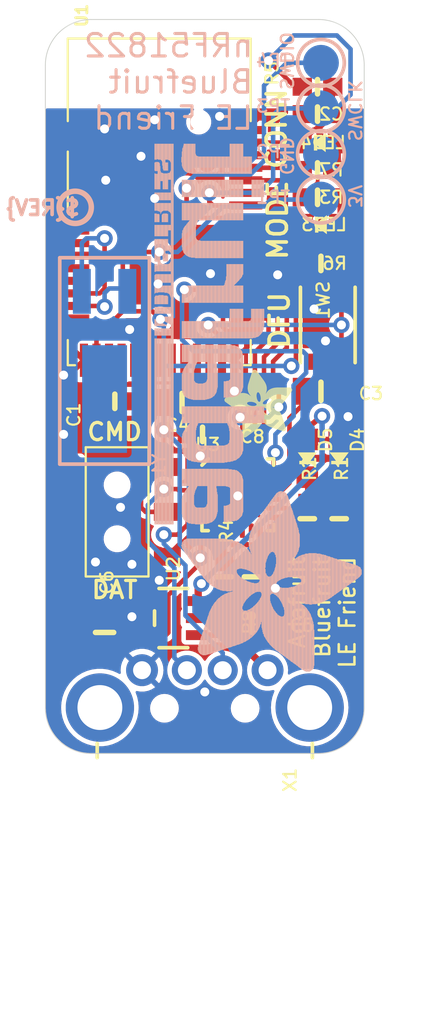
<source format=kicad_pcb>
(kicad_pcb (version 20221018) (generator pcbnew)
  (layers (0 "F.Cu" signal) (31 "B.Cu" signal) (34 "B.Paste" user) (35 "F.Paste" user) (36 "B.SilkS" user "B.Silkscreen") (37 "F.SilkS" user "F.Silkscreen") (38 "B.Mask" user) (39 "F.Mask" user) (44 "Edge.Cuts" user))
  (net 0 "")
  (net 1 "DCC")
  (net 2 "3.3V")
  (net 3 "GND")
  (net 4 "DEC2")
  (net 5 "N$3")
  (net 6 "TXD")
  (net 7 "RTS")
  (net 8 "CTS")
  (net 9 "SWCLK")
  (net 10 "SWDIO")
  (net 11 "RXD")
  (net 12 "MODE")
  (net 13 "N$10")
  (net 14 "BOOTLOADER")
  (net 15 "N$12")
  (net 16 "N$11")
  (net 17 "N$13")
  (net 18 "N$14")
  (net 19 "+5V")
  (net 20 "N$4")
  (net 21 "N$15")
  (net 22 "N$5")
  (net 23 "N$1")
  (net 24 "N$8")
  (net 25 "N$2")
  (net 26 "N$6")
  (net 27 "N$7")
  (footprint "working:0805-NO" (layer "F.Cu") (at 151.1173 118.1862)
    (fp_text reference "C5" (at 2.032 0.127) (layer "F.SilkS") (effects (font (size 0.692831 0.692831) (thickness 0.119969)) (justify left)))
    (fp_text value "10uF")
    (pad "1" smd rect (at -0.95 0) (size 1.24 1.5) (layers "F.Cu" "F.Paste" "F.Mask") (net 19 "+5V"))
    (pad "2" smd rect (at 0.95 0) (size 1.24 1.5) (layers "F.Cu" "F.Paste" "F.Mask") (net 3 "GND"))
  )
  (footprint "working:CHIPLED_0805_NOOUTLINE" (layer "F.Cu") (at 154.2161 109.0041 180)
    (fp_text reference "D5" (at -1.016 1.778 90) (layer "F.SilkS") (effects (font (size 0.692831 0.692831) (thickness 0.119969)) (justify right)))
    (fp_text value "YELLOW")
    (pad "A" smd rect (at 0 1.05 180) (size 1.2 1.2) (layers "F.Cu" "F.Paste" "F.Mask") (net 19 "+5V"))
    (pad "C" smd rect (at 0 -1.05 180) (size 1.2 1.2) (layers "F.Cu" "F.Paste" "F.Mask") (net 26 "N$6"))
  )
  (footprint "working:0603-NO" (layer "F.Cu") (at 143.4846 105.8291)
    (fp_text reference "C1" (at -2.286 0 90) (layer "F.SilkS") (effects (font (size 0.692831 0.692831) (thickness 0.119969)) (justify right)))
    (fp_text value "1uF")
    (pad "1" smd rect (at -0.85 0) (size 1.075 1) (layers "F.Cu" "F.Paste" "F.Mask") (net 2 "3.3V"))
    (pad "2" smd rect (at 0.85 0) (size 1.075 1) (layers "F.Cu" "F.Paste" "F.Mask") (net 3 "GND"))
  )
  (footprint "working:0603-NO" (layer "F.Cu") (at 149.5806 115.6081 90)
    (fp_text reference "R4" (at 1.778 0.127 90) (layer "F.SilkS") (effects (font (size 0.692831 0.692831) (thickness 0.119969)) (justify left)))
    (fp_text value "10K")
    (pad "1" smd rect (at -0.85 0 90) (size 1.075 1) (layers "F.Cu" "F.Paste" "F.Mask") (net 19 "+5V"))
    (pad "2" smd rect (at 0.85 0 90) (size 1.075 1) (layers "F.Cu" "F.Paste" "F.Mask") (net 27 "N$7"))
  )
  (footprint "working:0603-NO" (layer "F.Cu") (at 154.7876 92.9386 180)
    (fp_text reference "R7" (at -1.524 0) (layer "F.SilkS") (effects (font (size 0.692831 0.692831) (thickness 0.119969)) (justify left mirror)))
    (fp_text value "1K")
    (pad "1" smd rect (at -0.85 0 180) (size 1.075 1) (layers "F.Cu" "F.Paste" "F.Mask") (net 15 "N$12"))
    (pad "2" smd rect (at 0.85 0 180) (size 1.075 1) (layers "F.Cu" "F.Paste" "F.Mask") (net 16 "N$11"))
  )
  (footprint "working:BTN_KMR2_4.6X2.8" (layer "F.Cu") (at 155.3591 101.5746 -90)
    (fp_text reference "SW1" (at -0.254 0.254 -270) (layer "F.SilkS") (effects (font (size 0.692831 0.692831) (thickness 0.119969)) (justify right mirror)))
    (fp_text value "KMR2")
    (pad "A" smd rect (at 2.05 -0.8 270) (size 0.9 0.9) (layers "F.Cu" "F.Paste" "F.Mask") (net 14 "BOOTLOADER"))
    (pad "A'" smd rect (at -2.05 -0.8 270) (size 0.9 0.9) (layers "F.Cu" "F.Paste" "F.Mask") (net 14 "BOOTLOADER"))
    (pad "B" smd rect (at 2.05 0.8 270) (size 0.9 0.9) (layers "F.Cu" "F.Paste" "F.Mask") (net 3 "GND"))
    (pad "B'" smd rect (at -2.05 0.8 270) (size 0.9 0.9) (layers "F.Cu" "F.Paste" "F.Mask") (net 3 "GND"))
  )
  (footprint "working:QFN24_4MM_SMSC" (layer "F.Cu") (at 150.3426 111.0361)
    (fp_text reference "U3" (at -2.45 -2.8) (layer "F.SilkS") (effects (font (size 0.692831 0.692831) (thickness 0.119969)) (justify left)))
    (fp_text value "CP210x")
    (pad "1" smd roundrect (at -2 -1.25 180) (size 0.8 0.28) (layers "F.Cu" "F.Paste" "F.Mask"))
    (pad "2" smd roundrect (at -2 -0.75 180) (size 0.8 0.28) (layers "F.Cu" "F.Paste" "F.Mask") (net 3 "GND"))
    (pad "3" smd roundrect (at -2 -0.25 180) (size 0.8 0.28) (layers "F.Cu" "F.Paste" "F.Mask") (net 24 "N$8"))
    (pad "4" smd roundrect (at -2 0.25 180) (size 0.8 0.28) (layers "F.Cu" "F.Paste" "F.Mask") (net 23 "N$1"))
    (pad "5" smd roundrect (at -2 0.75 180) (size 0.8 0.28) (layers "F.Cu" "F.Paste" "F.Mask") (net 2 "3.3V"))
    (pad "6" smd roundrect (at -2 1.25 180) (size 0.8 0.28) (layers "F.Cu" "F.Paste" "F.Mask") (net 2 "3.3V"))
    (pad "7" smd roundrect (at -1.25 2 90) (size 0.8 0.28) (layers "F.Cu" "F.Paste" "F.Mask") (net 2 "3.3V"))
    (pad "8" smd roundrect (at -0.75 2 90) (size 0.8 0.28) (layers "F.Cu" "F.Paste" "F.Mask") (net 27 "N$7"))
    (pad "9" smd roundrect (at -0.25 2 90) (size 0.8 0.28) (layers "F.Cu" "F.Paste" "F.Mask"))
    (pad "10" smd roundrect (at 0.25 2 90) (size 0.8 0.28) (layers "F.Cu" "F.Paste" "F.Mask"))
    (pad "11" smd roundrect (at 0.75 2 90) (size 0.8 0.28) (layers "F.Cu" "F.Paste" "F.Mask"))
    (pad "12" smd roundrect (at 1.25 2 90) (size 0.8 0.28) (layers "F.Cu" "F.Paste" "F.Mask"))
    (pad "13" smd roundrect (at 2 1.25) (size 0.8 0.28) (layers "F.Cu" "F.Paste" "F.Mask") (net 21 "N$15"))
    (pad "14" smd roundrect (at 2 0.75) (size 0.8 0.28) (layers "F.Cu" "F.Paste" "F.Mask") (net 22 "N$5"))
    (pad "15" smd roundrect (at 2 0.25) (size 0.8 0.28) (layers "F.Cu" "F.Paste" "F.Mask"))
    (pad "16" smd roundrect (at 2 -0.25) (size 0.8 0.28) (layers "F.Cu" "F.Paste" "F.Mask") (net 20 "N$4"))
    (pad "17" smd roundrect (at 2 -0.75) (size 0.8 0.28) (layers "F.Cu" "F.Paste" "F.Mask"))
    (pad "18" smd roundrect (at 2 -1.25) (size 0.8 0.28) (layers "F.Cu" "F.Paste" "F.Mask") (net 7 "RTS"))
    (pad "19" smd roundrect (at 1.25 -2 270) (size 0.8 0.28) (layers "F.Cu" "F.Paste" "F.Mask") (net 8 "CTS"))
    (pad "20" smd roundrect (at 0.75 -2 270) (size 0.8 0.28) (layers "F.Cu" "F.Paste" "F.Mask") (net 6 "TXD"))
    (pad "21" smd roundrect (at 0.25 -2 270) (size 0.8 0.28) (layers "F.Cu" "F.Paste" "F.Mask") (net 11 "RXD"))
    (pad "22" smd roundrect (at -0.25 -2 270) (size 0.8 0.28) (layers "F.Cu" "F.Paste" "F.Mask"))
    (pad "23" smd roundrect (at -0.75 -2 270) (size 0.8 0.28) (layers "F.Cu" "F.Paste" "F.Mask"))
    (pad "24" smd roundrect (at -1.25 -2 270) (size 0.8 0.28) (layers "F.Cu" "F.Paste" "F.Mask"))
    (pad "THERM" smd rect (at 0 0) (size 2.5 2.5) (layers "F.Cu" "F.Mask") (net 3 "GND"))
  )
  (footprint "working:0603-NO" (layer "F.Cu") (at 148.3741 107.6706)
    (fp_text reference "C8" (at 2.032 0.127) (layer "F.SilkS") (effects (font (size 0.692831 0.692831) (thickness 0.119969)) (justify left)))
    (fp_text value "1uF")
    (pad "1" smd rect (at -0.85 0) (size 1.075 1) (layers "F.Cu" "F.Paste" "F.Mask") (net 2 "3.3V"))
    (pad "2" smd rect (at 0.85 0) (size 1.075 1) (layers "F.Cu" "F.Paste" "F.Mask") (net 3 "GND"))
  )
  (footprint "working:0603-NO" (layer "F.Cu") (at 154.9781 98.1456)
    (fp_text reference "R6" (at 1.524 0) (layer "F.SilkS") (effects (font (size 0.692831 0.692831) (thickness 0.119969)) (justify left mirror)))
    (fp_text value "10K")
    (pad "1" smd rect (at -0.85 0) (size 1.075 1) (layers "F.Cu" "F.Paste" "F.Mask") (net 2 "3.3V"))
    (pad "2" smd rect (at 0.85 0) (size 1.075 1) (layers "F.Cu" "F.Paste" "F.Mask") (net 14 "BOOTLOADER"))
  )
  (footprint "working:CHIPLED_0805_NOOUTLINE" (layer "F.Cu") (at 154.9781 95.9866 90)
    (fp_text reference "LED3" (at 0 1.524 180) (layer "F.SilkS") (effects (font (size 0.692831 0.692831) (thickness 0.119969)) (justify left mirror)))
    (fp_text value "RED")
    (pad "A" smd rect (at 0 1.05 90) (size 1.2 1.2) (layers "F.Cu" "F.Paste" "F.Mask") (net 5 "N$3"))
    (pad "C" smd rect (at 0 -1.05 90) (size 1.2 1.2) (layers "F.Cu" "F.Paste" "F.Mask") (net 3 "GND"))
  )
  (footprint "working:USB_A-THM" (layer "F.Cu") (at 148.5011 122.9106 180)
    (fp_text reference "X1" (at -4.75 -3.272 90) (layer "F.SilkS") (effects (font (size 0.692831 0.692831) (thickness 0.119969)) (justify right)))
    (fp_text value "USB-A")
    (pad "" np_thru_hole circle (at -2.25 -0.022 180) (size 1.1 1.1) (drill 1.1) (layers "*.Cu" "*.Mask"))
    (pad "" np_thru_hole circle (at 2.25 -0.022 180) (size 1.1 1.1) (drill 1.1) (layers "*.Cu" "*.Mask"))
    (pad "D+" thru_hole circle (at 1 2.1 90) (size 1.6764 1.6764) (drill 1) (layers "*.Cu" "*.Mask") (net 24 "N$8"))
    (pad "D-" thru_hole circle (at -1 2.1 90) (size 1.6764 1.6764) (drill 1) (layers "*.Cu" "*.Mask") (net 23 "N$1"))
    (pad "GND" thru_hole circle (at 3.5 2.1 180) (size 1.778 1.778) (drill 1) (layers "*.Cu" "*.Mask") (net 3 "GND"))
    (pad "MNT1" thru_hole circle (at -5.85 0.02 180) (size 3.81 3.81) (drill 2.5) (layers "*.Cu" "*.Mask"))
    (pad "MNT2" thru_hole circle (at 5.85 0.02 180) (size 3.81 3.81) (drill 2.5) (layers "*.Cu" "*.Mask"))
    (pad "VBUS" thru_hole circle (at -3.5 2.1 180) (size 1.778 1.778) (drill 1) (layers "*.Cu" "*.Mask") (net 19 "+5V"))
  )
  (footprint "working:FIDUCIAL_1MM" (layer "F.Cu") (at 148.6281 92.5576)
    (fp_text reference "FID1" hide)
    (fp_text value "FIDUCIAL_1MM" hide)
    (pad "1" smd roundrect (at 0 0) (size 1 1) (layers "F.Cu" "F.Mask") (roundrect_rratio 0.5))
  )
  (footprint "working:0805-NO" (layer "F.Cu") (at 147.2311 105.8926)
    (fp_text reference "C4" (at 0.508 1.27) (layer "F.SilkS") (effects (font (size 0.692831 0.692831) (thickness 0.119969)) (justify right)))
    (fp_text value "10uF")
    (pad "1" smd rect (at -0.95 0) (size 1.24 1.5) (layers "F.Cu" "F.Paste" "F.Mask") (net 2 "3.3V"))
    (pad "2" smd rect (at 0.95 0) (size 1.24 1.5) (layers "F.Cu" "F.Paste" "F.Mask") (net 3 "GND"))
  )
  (footprint "working:0603-NO" (layer "F.Cu") (at 154.7876 89.8271)
    (fp_text reference "C2" (at 1.524 0) (layer "F.SilkS") (effects (font (size 0.692831 0.692831) (thickness 0.119969)) (justify left mirror)))
    (fp_text value "1uF")
    (pad "1" smd rect (at -0.85 0) (size 1.075 1) (layers "F.Cu" "F.Paste" "F.Mask") (net 4 "DEC2"))
    (pad "2" smd rect (at 0.85 0) (size 1.075 1) (layers "F.Cu" "F.Paste" "F.Mask") (net 3 "GND"))
  )
  (footprint "working:CHIPLED_0805_NOOUTLINE" (layer "F.Cu") (at 154.9146 91.4146 90)
    (fp_text reference "LED4" (at 0 1.524 180) (layer "F.SilkS") (effects (font (size 0.692831 0.692831) (thickness 0.119969)) (justify left mirror)))
    (fp_text value "BLUE")
    (pad "A" smd rect (at 0 1.05 90) (size 1.2 1.2) (layers "F.Cu" "F.Paste" "F.Mask") (net 15 "N$12"))
    (pad "C" smd rect (at 0 -1.05 90) (size 1.2 1.2) (layers "F.Cu" "F.Paste" "F.Mask") (net 3 "GND"))
  )
  (footprint "working:FIDUCIAL_1MM" (layer "F.Cu") (at 140.8811 117.8306)
    (fp_text reference "FID2" hide)
    (fp_text value "FIDUCIAL_1MM" hide)
    (pad "1" smd roundrect (at 0 0) (size 1 1) (layers "F.Cu" "F.Mask") (roundrect_rratio 0.5))
  )
  (footprint "working:0603-NO" (layer "F.Cu") (at 155.9941 112.3696 90)
    (fp_text reference "R1" (at 2.032 0.127 90) (layer "F.SilkS") (effects (font (size 0.692831 0.692831) (thickness 0.119969)) (justify left)))
    (fp_text value "1K")
    (pad "1" smd rect (at -0.85 0 90) (size 1.075 1) (layers "F.Cu" "F.Paste" "F.Mask") (net 21 "N$15"))
    (pad "2" smd rect (at 0.85 0 90) (size 1.075 1) (layers "F.Cu" "F.Paste" "F.Mask") (net 25 "N$2"))
  )
  (footprint "working:SOT23-5" (layer "F.Cu") (at 146.7485 117.9068 90)
    (fp_text reference "U2" (at 1.978 0 90) (layer "F.SilkS") (effects (font (size 0.692831 0.692831) (thickness 0.119969)) (justify left)))
    (fp_text value "AP2112K-3.3")
    (pad "1" smd rect (at -0.95 1.3001 90) (size 0.55 1.2) (layers "F.Cu" "F.Paste" "F.Mask") (net 19 "+5V"))
    (pad "2" smd rect (at 0 1.3001 90) (size 0.55 1.2) (layers "F.Cu" "F.Paste" "F.Mask") (net 3 "GND"))
    (pad "3" smd rect (at 0.95 1.3001 90) (size 0.55 1.2) (layers "F.Cu" "F.Paste" "F.Mask") (net 19 "+5V"))
    (pad "4" smd rect (at 0.95 -1.3001 90) (size 0.55 1.2) (layers "F.Cu" "F.Paste" "F.Mask"))
    (pad "5" smd rect (at -0.95 -1.3001 90) (size 0.55 1.2) (layers "F.Cu" "F.Paste" "F.Mask") (net 2 "3.3V"))
  )
  (footprint "working:0805-NO" (layer "F.Cu") (at 142.9131 118.7069 90)
    (fp_text reference "C6" (at 2.032 0.127 90) (layer "F.SilkS") (effects (font (size 0.692831 0.692831) (thickness 0.119969)) (justify left)))
    (fp_text value "10uF")
    (pad "1" smd rect (at -0.95 0 90) (size 1.24 1.5) (layers "F.Cu" "F.Paste" "F.Mask") (net 2 "3.3V"))
    (pad "2" smd rect (at 0.95 0 90) (size 1.24 1.5) (layers "F.Cu" "F.Paste" "F.Mask") (net 3 "GND"))
  )
  (footprint "working:ADAFRUIT_3.5MM" (layer "F.Cu") (at 153.3906 107.8611 90)
    (fp_text reference "U$31" hide)
    (fp_text value "" hide)
  )
  (footprint "working:0603-NO" (layer "F.Cu") (at 154.7876 94.4626 180)
    (fp_text reference "R3" (at -1.524 0) (layer "F.SilkS") (effects (font (size 0.692831 0.692831) (thickness 0.119969)) (justify left mirror)))
    (fp_text value "1K")
    (pad "1" smd rect (at -0.85 0 180) (size 1.075 1) (layers "F.Cu" "F.Paste" "F.Mask") (net 5 "N$3"))
    (pad "2" smd rect (at 0.85 0 180) (size 1.075 1) (layers "F.Cu" "F.Paste" "F.Mask") (net 13 "N$10"))
  )
  (footprint "working:CHIPLED_0805_NOOUTLINE" (layer "F.Cu") (at 155.9941 109.0041 180)
    (fp_text reference "D4" (at -1.016 1.778 90) (layer "F.SilkS") (effects (font (size 0.692831 0.692831) (thickness 0.119969)) (justify right)))
    (fp_text value "YELLOW")
    (pad "A" smd rect (at 0 1.05 180) (size 1.2 1.2) (layers "F.Cu" "F.Paste" "F.Mask") (net 19 "+5V"))
    (pad "C" smd rect (at 0 -1.05 180) (size 1.2 1.2) (layers "F.Cu" "F.Paste" "F.Mask") (net 25 "N$2"))
  )
  (footprint "working:0603-NO" (layer "F.Cu") (at 154.2161 112.3696 90)
    (fp_text reference "R2" (at 2.032 0.127 90) (layer "F.SilkS") (effects (font (size 0.692831 0.692831) (thickness 0.119969)) (justify left)))
    (fp_text value "1K")
    (pad "1" smd rect (at -0.85 0 90) (size 1.075 1) (layers "F.Cu" "F.Paste" "F.Mask") (net 22 "N$5"))
    (pad "2" smd rect (at 0.85 0 90) (size 1.075 1) (layers "F.Cu" "F.Paste" "F.Mask") (net 26 "N$6"))
  )
  (footprint "working:BLE_MODULE_RAYTAC_MDBT40" (layer "F.Cu") (at 145.9611 94.7166)
    (fp_text reference "U1" (at -4.318 -9.652 90) (layer "F.SilkS") (effects (font (size 0.625348 0.625348) (thickness 0.187452)) (justify left)))
    (fp_text value "MDBT40")
    (pad "" np_thru_hole circle (at 2.2 -4.45) (size 0.9 0.9) (drill 0.9) (layers "*.Cu" "*.Mask"))
    (pad "1" smd rect (at -4.825 -4) (size 1.85 0.45) (layers "F.Cu" "F.Paste" "F.Mask") (net 3 "GND"))
    (pad "2" smd rect (at -4.825 -3.3) (size 1.85 0.45) (layers "F.Cu" "F.Paste" "F.Mask") (net 3 "GND"))
    (pad "3" smd rect (at -4.825 0.9) (size 1.85 0.45) (layers "F.Cu" "F.Paste" "F.Mask") (net 2 "3.3V"))
    (pad "4" smd rect (at -4.825 1.6) (size 1.85 0.45) (layers "F.Cu" "F.Paste" "F.Mask"))
    (pad "5" smd rect (at -4.825 2.3) (size 1.85 0.45) (layers "F.Cu" "F.Paste" "F.Mask"))
    (pad "6" smd rect (at -4.825 3) (size 1.85 0.45) (layers "F.Cu" "F.Paste" "F.Mask"))
    (pad "7" smd rect (at -4.825 3.7) (size 1.85 0.45) (layers "F.Cu" "F.Paste" "F.Mask"))
    (pad "8" smd rect (at -4.825 4.4) (size 1.85 0.45) (layers "F.Cu" "F.Paste" "F.Mask"))
    (pad "9" smd rect (at -4.825 5.1) (size 1.85 0.45) (layers "F.Cu" "F.Paste" "F.Mask") (net 17 "N$13"))
    (pad "10" smd rect (at -4.825 5.8) (size 1.85 0.45) (layers "F.Cu" "F.Paste" "F.Mask") (net 18 "N$14"))
    (pad "11" smd rect (at -4.825 6.5) (size 1.85 0.45) (layers "F.Cu" "F.Paste" "F.Mask"))
    (pad "12" smd rect (at -4.825 7.2) (size 1.85 0.45) (layers "F.Cu" "F.Paste" "F.Mask"))
    (pad "13" smd rect (at -4.2 8.825 90) (size 1.85 0.45) (layers "F.Cu" "F.Paste" "F.Mask") (net 3 "GND"))
    (pad "14" smd rect (at -3.5 8.825 90) (size 1.85 0.45) (layers "F.Cu" "F.Paste" "F.Mask") (net 2 "3.3V"))
    (pad "15" smd rect (at -2.8 8.825 90) (size 1.85 0.45) (layers "F.Cu" "F.Paste" "F.Mask") (net 1 "DCC"))
    (pad "16" smd rect (at -2.1 8.825 90) (size 1.85 0.45) (layers "F.Cu" "F.Paste" "F.Mask") (net 3 "GND"))
    (pad "17" smd rect (at -1.4 8.825 90) (size 1.85 0.45) (layers "F.Cu" "F.Paste" "F.Mask"))
    (pad "18" smd rect (at -0.7 8.825 90) (size 1.85 0.45) (layers "F.Cu" "F.Paste" "F.Mask") (net 12 "MODE"))
    (pad "19" smd rect (at 0 8.825 90) (size 1.85 0.45) (layers "F.Cu" "F.Paste" "F.Mask"))
    (pad "20" smd rect (at 0.7 8.825 90) (size 1.85 0.45) (layers "F.Cu" "F.Paste" "F.Mask"))
    (pad "21" smd rect (at 1.4 8.825 90) (size 1.85 0.45) (layers "F.Cu" "F.Paste" "F.Mask"))
    (pad "22" smd rect (at 2.1 8.825 90) (size 1.85 0.45) (layers "F.Cu" "F.Paste" "F.Mask"))
    (pad "23" smd rect (at 2.8 8.825 90) (size 1.85 0.45) (layers "F.Cu" "F.Paste" "F.Mask"))
    (pad "24" smd rect (at 3.5 8.825 90) (size 1.85 0.45) (layers "F.Cu" "F.Paste" "F.Mask") (net 14 "BOOTLOADER"))
    (pad "25" smd rect (at 4.2 8.825 90) (size 1.85 0.45) (layers "F.Cu" "F.Paste" "F.Mask") (net 3 "GND"))
    (pad "26" smd rect (at 4.825 7.2) (size 1.85 0.45) (layers "F.Cu" "F.Paste" "F.Mask") (net 7 "RTS"))
    (pad "27" smd rect (at 4.825 6.5) (size 1.85 0.45) (layers "F.Cu" "F.Paste" "F.Mask") (net 6 "TXD"))
    (pad "28" smd rect (at 4.825 5.8) (size 1.85 0.45) (layers "F.Cu" "F.Paste" "F.Mask") (net 8 "CTS"))
    (pad "29" smd rect (at 4.825 5.1) (size 1.85 0.45) (layers "F.Cu" "F.Paste" "F.Mask") (net 11 "RXD"))
    (pad "30" smd rect (at 4.825 4.4) (size 1.85 0.45) (layers "F.Cu" "F.Paste" "F.Mask"))
    (pad "31" smd rect (at 4.825 3.7) (size 1.85 0.45) (layers "F.Cu" "F.Paste" "F.Mask"))
    (pad "32" smd rect (at 4.825 3) (size 1.85 0.45) (layers "F.Cu" "F.Paste" "F.Mask"))
    (pad "33" smd rect (at 4.825 2.3) (size 1.85 0.45) (layers "F.Cu" "F.Paste" "F.Mask"))
    (pad "34" smd rect (at 4.825 1.6) (size 1.85 0.45) (layers "F.Cu" "F.Paste" "F.Mask"))
    (pad "35" smd rect (at 4.825 0.9) (size 1.85 0.45) (layers "F.Cu" "F.Paste" "F.Mask") (net 10 "SWDIO"))
    (pad "36" smd rect (at 4.825 0.2) (size 1.85 0.45) (layers "F.Cu" "F.Paste" "F.Mask") (net 9 "SWCLK"))
    (pad "37" smd rect (at 4.825 -0.5) (size 1.85 0.45) (layers "F.Cu" "F.Paste" "F.Mask"))
    (pad "38" smd rect (at 4.825 -1.2) (size 1.85 0.45) (layers "F.Cu" "F.Paste" "F.Mask") (net 13 "N$10"))
    (pad "39" smd rect (at 4.825 -1.9) (size 1.85 0.45) (layers "F.Cu" "F.Paste" "F.Mask") (net 16 "N$11"))
    (pad "40" smd rect (at 4.825 -2.6) (size 1.85 0.45) (layers "F.Cu" "F.Paste" "F.Mask"))
    (pad "41" smd rect (at 4.825 -3.3) (size 1.85 0.45) (layers "F.Cu" "F.Paste" "F.Mask") (net 4 "DEC2"))
    (pad "42" smd rect (at 4.825 -4) (size 1.85 0.45) (layers "F.Cu" "F.Paste" "F.Mask") (net 3 "GND"))
  )
  (footprint "working:0603-NO" (layer "F.Cu") (at 154.7876 88.3031)
    (fp_text reference "R5" (at -2.54 0 90) (layer "F.SilkS") (effects (font (size 0.692831 0.692831) (thickness 0.119969)) (justify left)))
    (fp_text value "10K")
    (pad "1" smd rect (at -0.85 0) (size 1.075 1) (layers "F.Cu" "F.Paste" "F.Mask") (net 9 "SWCLK"))
    (pad "2" smd rect (at 0.85 0) (size 1.075 1) (layers "F.Cu" "F.Paste" "F.Mask") (net 3 "GND"))
  )
  (footprint "working:EG1390" (layer "F.Cu") (at 143.6116 111.9886 -90)
    (fp_text reference "SW2" hide)
    (fp_text value "EG1213")
    (pad "" np_thru_hole circle (at -1.5 0 270) (size 1 1) (drill 1) (layers "*.Cu" "*.Mask"))
    (pad "" np_thru_hole circle (at 1.5 0 270) (size 1 1) (drill 1) (layers "*.Cu" "*.Mask"))
    (pad "O1" smd rect (at -2.5 -2.8 270) (size 1 1.5) (layers "F.Cu" "F.Paste" "F.Mask") (net 2 "3.3V"))
    (pad "O2" smd rect (at -2.5 2.8 270) (size 1 1.5) (layers "F.Cu" "F.Paste" "F.Mask"))
    (pad "P1" smd rect (at 0 -2.8 270) (size 1 1.5) (layers "F.Cu" "F.Paste" "F.Mask") (net 12 "MODE"))
    (pad "P2" smd rect (at 0 2.8 270) (size 1 1.5) (layers "F.Cu" "F.Paste" "F.Mask"))
    (pad "S1" smd rect (at 2.5 -2.8 270) (size 1 1.5) (layers "F.Cu" "F.Paste" "F.Mask") (net 3 "GND"))
    (pad "S2" smd rect (at 2.5 2.8 270) (size 1 1.5) (layers "F.Cu" "F.Paste" "F.Mask"))
  )
  (footprint "working:0603-NO" (layer "F.Cu") (at 151.1046 115.6081 -90)
    (fp_text reference "R8" (at 1.778 0.127 90) (layer "F.SilkS") (effects (font (size 0.692831 0.692831) (thickness 0.119969)) (justify right)))
    (fp_text value "20K")
    (pad "1" smd rect (at -0.85 0 270) (size 1.075 1) (layers "F.Cu" "F.Paste" "F.Mask") (net 27 "N$7"))
    (pad "2" smd rect (at 0.85 0 270) (size 1.075 1) (layers "F.Cu" "F.Paste" "F.Mask") (net 3 "GND"))
  )
  (footprint "working:0805-NO" (layer "F.Cu") (at 154.9781 105.2703)
    (fp_text reference "C3" (at 2.032 0.127) (layer "F.SilkS") (effects (font (size 0.692831 0.692831) (thickness 0.119969)) (justify left)))
    (fp_text value "10uF")
    (pad "1" smd rect (at -0.95 0) (size 1.24 1.5) (layers "F.Cu" "F.Paste" "F.Mask") (net 20 "N$4"))
    (pad "2" smd rect (at 0.95 0) (size 1.24 1.5) (layers "F.Cu" "F.Paste" "F.Mask") (net 3 "GND"))
  )
  (footprint "working:ADAFRUIT_TEXT_30MM" (layer "B.Cu") (at 145.7071 121.1326 90)
    (fp_text reference "U$22" hide)
    (fp_text value "" hide)
  )
  (footprint "working:TESTPOINT_ROUND_2MM" (layer "B.Cu") (at 154.9781 92.0496 180)
    (fp_text reference "TP2" (at 1.651 0.127) (layer "B.SilkS") (effects (font (size 0.692831 0.692831) (thickness 0.119969)) (justify left mirror)))
    (fp_text value "")
    (pad "P$1" smd roundrect (at 0 0 180) (size 2 2) (layers "B.Cu" "B.Mask") (roundrect_rratio 0.5) (net 3 "GND"))
  )
  (footprint "working:TESTPOINT_ROUND_2MM" (layer "B.Cu") (at 154.9781 86.9696 180)
    (fp_text reference "TP4" (at 1.651 0.127) (layer "B.SilkS") (effects (font (size 0.692831 0.692831) (thickness 0.119969)) (justify left mirror)))
    (fp_text value "")
    (pad "P$1" smd roundrect (at 0 0 180) (size 2 2) (layers "B.Cu" "B.Mask") (roundrect_rratio 0.5) (net 10 "SWDIO"))
  )
  (footprint "working:TESTPOINT_ROUND_2MM" (layer "B.Cu") (at 154.9781 89.5096 180)
    (fp_text reference "TP3" (at 1.651 0.127) (layer "B.SilkS") (effects (font (size 0.692831 0.692831) (thickness 0.119969)) (justify left mirror)))
    (fp_text value "")
    (pad "P$1" smd roundrect (at 0 0 180) (size 2 2) (layers "B.Cu" "B.Mask") (roundrect_rratio 0.5) (net 9 "SWCLK"))
  )
  (footprint "working:TESTPOINT_ROUND_2MM" (layer "B.Cu") (at 154.9781 94.5896 180)
    (fp_text reference "TP1" (at 1.651 0.127) (layer "B.SilkS") (effects (font (size 0.692831 0.692831) (thickness 0.119969)) (justify left mirror)))
    (fp_text value "")
    (pad "P$1" smd roundrect (at 0 0 180) (size 2 2) (layers "B.Cu" "B.Mask") (roundrect_rratio 0.5) (net 2 "3.3V"))
  )
  (footprint "working:PCBFEAT-REV-040" (layer "B.Cu") (at 141.2748 95.0214 180)
    (fp_text reference "U$16" hide)
    (fp_text value "" hide)
    (fp_text user "${REV}" (at -0.3556 -0.508) (layer "B.SilkS") (effects (font (size 0.8128 0.8128) (thickness 0.2032)) (justify left bottom mirror)))
  )
  (footprint "working:CRYSTAL_CYL_2X6MM_SMT" (layer "B.Cu") (at 142.9131 101.8286 90)
    (fp_text reference "Y1" (at -6.85 3.04 90) (layer "B.SilkS") (effects (font (size 0.692831 0.692831) (thickness 0.119969)) (justify left mirror)))
    (fp_text value "DNC")
    (pad "1" smd rect (at 2.125 1.27 90) (size 2.5 1) (layers "B.Cu" "B.Paste" "B.Mask") (net 18 "N$14"))
    (pad "2" smd rect (at 2.125 -1.27 90) (size 2.5 1) (layers "B.Cu" "B.Paste" "B.Mask") (net 17 "N$13"))
    (pad "CYLINDER" smd rect (at -3.875 0 90) (size 6 2.5) (layers "B.Cu" "B.Paste" "B.Mask"))
  )
  (gr_arc (start 142.1511 125.4506) (mid 140.355049 124.706651) (end 139.6111 122.9106) (stroke (width 0.05)) (layer "Edge.Cuts"))
  (gr_arc (start 139.6111 87.0966) (mid 140.355049 85.300549) (end 142.1511 84.5566) (stroke (width 0.05)) (layer "Edge.Cuts"))
  (gr_arc (start 154.8511 84.5566) (mid 156.647151 85.300549) (end 157.3911 87.0966) (stroke (width 0.05)) (layer "Edge.Cuts"))
  (gr_line (start 157.3911 122.9106) (end 157.3911 87.0966) (stroke (width 0.05)) (layer "Edge.Cuts"))
  (gr_line (start 142.1511 125.4506) (end 154.8511 125.4506) (stroke (width 0.05)) (layer "Edge.Cuts"))
  (gr_line (start 139.6111 87.0966) (end 139.6111 122.9106) (stroke (width 0.05)) (layer "Edge.Cuts"))
  (gr_arc (start 157.3911 122.9106) (mid 156.647151 124.706651) (end 154.8511 125.4506) (stroke (width 0.05)) (layer "Edge.Cuts"))
  (gr_line (start 154.8511 84.5566) (end 142.1511 84.5566) (stroke (width 0.05)) (layer "Edge.Cuts"))
  (gr_text "GND" (at 153.4541 91.0336 -90) (layer "B.SilkS") (effects (font (size 0.69088 0.69088) (thickness 0.12192)) (justify right top mirror)))
  (gr_text "nRF51822 \nBluefruit\nLE Friend" (at 151.2951 90.7796) (layer "B.SilkS") (effects (font (size 1.251712 1.251712) (thickness 0.170688)) (justify left bottom mirror)))
  (gr_text "3V" (at 157.2641 93.7006 -90) (layer "B.SilkS") (effects (font (size 0.69088 0.69088) (thickness 0.12192)) (justify right top mirror)))
  (gr_text "SWCLK" (at 157.2641 87.8586 -90) (layer "B.SilkS") (effects (font (size 0.69088 0.69088) (thickness 0.12192)) (justify right top mirror)))
  (gr_text "SWDIO" (at 153.4541 85.1916 -90) (layer "B.SilkS") (effects (font (size 0.69088 0.69088) (thickness 0.12192)) (justify right top mirror)))
  (gr_text "CMD" (at 143.4719 107.5309) (layer "F.SilkS") (effects (font (size 0.96012 0.96012) (thickness 0.18288))))
  (gr_text "MODE" (at 152.5651 95.7326 90) (layer "F.SilkS") (effects (font (size 1.0668 1.0668) (thickness 0.2032))))
  (gr_text "Adafruit\nBluefruit\nLE Friend" (at 155.0416 114.4016 90) (layer "F.SilkS") (effects (font (size 0.87376 0.87376) (thickness 0.14224)) (justify right)))
  (gr_text "CONN" (at 152.5016 90.6526 90) (layer "F.SilkS") (effects (font (size 1.0668 1.0668) (thickness 0.2032))))
  (gr_text "DFU" (at 152.6667 101.3206 90) (layer "F.SilkS") (effects (font (size 1.0668 1.0668) (thickness 0.2032))))
  (gr_text "DAT" (at 143.4719 116.332) (layer "F.SilkS") (effects (font (size 0.96012 0.96012) (thickness 0.18288))))
  (segment (start 148.3426 111.7861) (end 148.3426 112.2861) (width 0.254) (layer "F.Cu") (net 2))
  (segment (start 148.2791 114.8141) (end 146.4691 116.6241) (width 0.254) (layer "F.Cu") (net 2))
  (segment (start 143.9291 100.8126) (end 143.9291 97.5106) (width 0.254) (layer "F.Cu") (net 2))
  (segment (start 146.4691 107.6706) (end 146.2151 107.4166) (width 0.254) (layer "F.Cu") (net 2))
  (segment (start 145.4484 118.8568) (end 144.4904 118.8568) (width 0.3048) (layer "F.Cu") (net 2))
  (segment (start 141.1361 95.6166) (end 143.1781 95.6166) (width 0.254) (layer "F.Cu") (net 2))
  (segment (start 148.3426 113.0041) (end 148.3746 113.0361) (width 0.254) (layer "F.Cu") (net 2))
  (segment (start 145.4586 118.8466) (end 145.4484 118.8568) (width 0.254) (layer "F.Cu") (net 2))
  (segment (start 148.3426 112.2861) (end 148.3426 113.0041) (width 0.254) (layer "F.Cu") (net 2))
  (segment (start 144.4904 118.8568) (end 143.6116 119.7356) (width 0.3048) (layer "F.Cu") (net 2))
  (segment (start 142.4611 103.5416) (end 142.4611 102.2806) (width 0.254) (layer "F.Cu") (net 2))
  (segment (start 146.2151 109.2921) (end 146.4116 109.4886) (width 0.254) (layer "F.Cu") (net 2))
  (segment (start 153.5811 103.6066) (end 153.3271 103.8606) (width 0.254) (layer "F.Cu") (net 2))
  (segment (start 143.9291 97.5106) (end 143.9291 96.3676) (width 0.254) (layer "F.Cu") (net 2))
  (segment (start 142.4611 105.583235) (end 142.6346 105.8291) (width 0.254) (layer "F.Cu") (net 2))
  (segment (start 145.9611 97.5106) (end 143.9291 97.5106) (width 0.254) (layer "F.Cu") (net 2))
  (segment (start 142.4611 102.2806) (end 143.9291 100.8126) (width 0.254) (layer "F.Cu") (net 2))
  (segment (start 154.1281 98.1456) (end 153.5811 98.6536) (width 0.254) (layer "F.Cu") (net 2))
  (segment (start 146.4691 118.7196) (end 146.3421 118.8466) (width 0.254) (layer "F.Cu") (net 2))
  (segment (start 142.9918 119.7356) (end 142.9131 119.6569) (width 0.3048) (layer "F.Cu") (net 2))
  (segment (start 146.2151 107.4166) (end 146.2811 105.8926) (width 0.254) (layer "F.Cu") (net 2))
  (segment (start 146.4691 116.6241) (end 146.4691 118.7196) (width 0.254) (layer "F.Cu") (net 2))
  (segment (start 148.2791 113.1316) (end 148.3746 113.0361) (width 0.254) (layer "F.Cu") (net 2))
  (segment (start 153.5811 98.6536) (end 153.5811 103.6066) (width 0.254) (layer "F.Cu") (net 2))
  (segment (start 142.4611 103.5416) (end 142.4611 105.583235) (width 0.254) (layer "F.Cu") (net 2))
  (segment (start 143.9291 100.8126) (end 145.5801 100.8126) (width 0.254) (layer "F.Cu") (net 2))
  (segment (start 147.5241 107.6706) (end 146.4691 107.6706) (width 0.254) (layer "F.Cu") (net 2))
  (segment (start 148.2791 114.5606) (end 148.2791 113.1316) (width 0.254) (layer "F.Cu") (net 2))
  (segment (start 143.1781 95.6166) (end 143.9291 96.3676) (width 0.254) (layer "F.Cu") (net 2))
  (segment (start 148.2791 114.5606) (end 148.2791 114.8141) (width 0.254) (layer "F.Cu") (net 2))
  (segment (start 148.3746 113.0361) (end 149.0926 113.0361) (width 0.254) (layer "F.Cu") (net 2))
  (segment (start 145.5801 100.8126) (end 146.0246 101.2571) (width 0.254) (layer "F.Cu") (net 2))
  (segment (start 143.6116 119.7356) (end 142.9918 119.7356) (width 0.3048) (layer "F.Cu") (net 2))
  (segment (start 148.2791 114.5606) (end 148.2471 114.554) (width 0.254) (layer "F.Cu") (net 2))
  (segment (start 146.2151 107.4166) (end 146.2151 109.2921) (width 0.254) (layer "F.Cu") (net 2))
  (segment (start 146.3421 118.8466) (end 145.4586 118.8466) (width 0.254) (layer "F.Cu") (net 2))
  (via (at 153.3271 103.8606) (size 0.9064) (drill 0.5) (layers "F.Cu" "B.Cu") (net 2))
  (via (at 146.2151 107.4166) (size 0.9064) (drill 0.5) (layers "F.Cu" "B.Cu") (net 2))
  (via (at 148.2471 114.554) (size 0.9064) (drill 0.5) (layers "F.Cu" "B.Cu") (net 2))
  (via (at 146.0246 101.2571) (size 0.9064) (drill 0.5) (layers "F.Cu" "B.Cu") (net 2))
  (via (at 145.9611 97.5106) (size 0.9064) (drill 0.5) (layers "F.Cu" "B.Cu") (net 2))
  (segment (start 148.2471 114.554) (end 147.8661 114.554) (width 0.254) (layer "B.Cu") (net 2))
  (segment (start 151.8031 94.9706) (end 149.5171 94.9706) (width 0.254) (layer "B.Cu") (net 2))
  (segment (start 146.2151 101.4476) (end 146.2151 103.8606) (width 0.254) (layer "B.Cu") (net 2))
  (segment (start 147.1041 108.3056) (end 146.2151 107.4166) (width 0.254) (layer "B.Cu") (net 2))
  (segment (start 154.9781 94.5896) (end 152.1841 94.5896) (width 0.254) (layer "B.Cu") (net 2))
  (segment (start 146.2151 101.4476) (end 146.0246 101.2571) (width 0.254) (layer "B.Cu") (net 2))
  (segment (start 146.2151 103.8606) (end 146.2151 107.4166) (width 0.254) (layer "B.Cu") (net 2))
  (segment (start 147.1041 113.792) (end 147.1041 108.3056) (width 0.254) (layer "B.Cu") (net 2))
  (segment (start 149.5171 94.9706) (end 146.9771 97.5106) (width 0.254) (layer "B.Cu") (net 2))
  (segment (start 146.9771 97.5106) (end 145.9611 97.5106) (width 0.254) (layer "B.Cu") (net 2))
  (segment (start 147.8661 114.554) (end 147.1041 113.792) (width 0.254) (layer "B.Cu") (net 2))
  (segment (start 153.3271 103.8606) (end 146.2151 103.8606) (width 0.254) (layer "B.Cu") (net 2))
  (segment (start 152.1841 94.5896) (end 151.8031 94.9706) (width 0.254) (layer "B.Cu") (net 2))
  (segment (start 155.299646 89.315054) (end 154.8511 89.7636) (width 0.254) (layer "F.Cu") (net 3))
  (segment (start 150.2671 111.176116) (end 149.878321 110.787338) (width 0.254) (layer "F.Cu") (net 3))
  (segment (start 141.1361 90.7166) (end 142.8491 90.7166) (width 0.254) (layer "F.Cu") (net 3))
  (segment (start 149.878321 110.787338) (end 149.222275 110.2861) (width 0.254) (layer "F.Cu") (net 3))
  (segment (start 154.8511 89.7636) (end 154.8511 91.4146) (width 0.254) (layer "F.Cu") (net 3))
  (segment (start 150.2671 111.176116) (end 150.054362 111.406863) (width 0.254) (layer "F.Cu") (net 3))
  (segment (start 142.8491 90.7166) (end 142.9131 90.6526) (width 0.254) (layer "F.Cu") (net 3))
  (segment (start 155.6376 89.8271) (end 155.299646 89.315054) (width 0.254) (layer "F.Cu") (net 3))
  (segment (start 149.2241 107.6706) (end 149.344987 107.056488) (width 0.3048) (layer "F.Cu") (net 3))
  (segment (start 155.6376 88.3031) (end 155.6376 89.8271) (width 0.254) (layer "F.Cu") (net 3))
  (segment (start 154.8511 95.14465) (end 154.8511 95.8596) (width 0.2032) (layer "F.Cu") (net 3))
  (segment (start 150.3426 111.094232) (end 150.2671 111.176116) (width 0.254) (layer "F.Cu") (net 3))
  (segment (start 154.8511 95.8596) (end 154.7241 95.9866) (width 0.2032) (layer "F.Cu") (net 3))
  (segment (start 150.2671 111.6196) (end 150.054362 111.406863) (width 0.254) (layer "F.Cu") (net 3))
  (segment (start 149.222275 110.2861) (end 148.3426 110.2861) (width 0.254) (layer "F.Cu") (net 3))
  (segment (start 154.60135 92.1338) (end 154.7953 92.32775) (width 0.2032) (layer "F.Cu") (net 3))
  (segment (start 153.8646 91.4146) (end 154.5838 92.1338) (width 0.2032) (layer "F.Cu") (net 3))
  (segment (start 154.7241 95.9866) (end 153.9281 95.9866) (width 0.2032) (layer "F.Cu") (net 3))
  (segment (start 154.5838 92.1338) (end 154.60135 92.1338) (width 0.2032) (layer "F.Cu") (net 3))
  (segment (start 150.3426 111.0361) (end 150.3426 111.094232) (width 0.254) (layer "F.Cu") (net 3))
  (segment (start 154.7953 95.08885) (end 154.8511 95.14465) (width 0.2032) (layer "F.Cu") (net 3))
  (segment (start 154.7953 92.32775) (end 154.7953 95.08885) (width 0.2032) (layer "F.Cu") (net 3))
  (via (at 142.9131 90.6526) (size 0.9064) (drill 0.5) (layers "F.Cu" "B.Cu") (net 3))
  (via (at 148.5011 122.0216) (size 0.9064) (drill 0.5) (layers "F.Cu" "B.Cu") (net 3))
  (via (at 154.5971 100.6856) (size 0.9064) (drill 0.5) (layers "F.Cu" "B.Cu") (net 3))
  (via (at 145.8976 99.2886) (size 0.9064) (drill 0.5) (layers "F.Cu" "B.Cu") (net 3))
  (via (at 150.3426 111.0996) (size 0.9064) (drill 0.5) (layers "F.Cu" "B.Cu") (net 3))
  (via (at 145.9611 115.7986) (size 0.9064) (drill 0.5) (layers "F.Cu" "B.Cu") (net 3))
  (via (at 148.8186 98.7171) (size 0.9064) (drill 0.5) (layers "F.Cu" "B.Cu") (net 3))
  (via (at 144.9451 92.1766) (size 0.9064) (drill 0.5) (layers "F.Cu" "B.Cu") (net 3))
  (via (at 144.4371 117.8306) (size 0.9064) (drill 0.5) (layers "F.Cu" "B.Cu") (net 3))
  (via (at 142.9766 93.5101) (size 0.9064) (drill 0.5) (layers "F.Cu" "B.Cu") (net 3))
  (via (at 144.3101 101.8286) (size 0.9064) (drill 0.5) (layers "F.Cu" "B.Cu") (net 3))
  (via (at 144.4371 114.9096) (size 0.9064) (drill 0.5) (layers "F.Cu" "B.Cu") (net 3))
  (via (at 155.2321 102.4636) (size 0.9064) (drill 0.5) (layers "F.Cu" "B.Cu") (net 3))
  (via (at 152.4381 116.2431) (size 0.9064) (drill 0.5) (layers "F.Cu" "B.Cu") (net 3))
  (via (at 152.5651 98.7806) (size 0.9064) (drill 0.5) (layers "F.Cu" "B.Cu") (net 3))
  (via (at 150.1521 105.2576) (size 0.9064) (drill 0.5) (layers "F.Cu" "B.Cu") (net 3))
  (via (at 149.3266 89.9541) (size 0.9064) (drill 0.5) (layers "F.Cu" "B.Cu") (net 3))
  (via (at 140.6271 104.3686) (size 0.9064) (drill 0.5) (layers "F.Cu" "B.Cu") (net 3))
  (via (at 145.7071 94.5261) (size 0.9064) (drill 0.5) (layers "F.Cu" "B.Cu") (net 3))
  (via (at 148.2471 108.8771) (size 0.9064) (drill 0.5) (layers "F.Cu" "B.Cu") (net 3))
  (via (at 145.7071 90.1446) (size 0.9064) (drill 0.5) (layers "F.Cu" "B.Cu") (net 3))
  (via (at 140.6271 107.6706) (size 0.9064) (drill 0.5) (layers "F.Cu" "B.Cu") (net 3))
  (via (at 142.4051 114.7826) (size 0.9064) (drill 0.5) (layers "F.Cu" "B.Cu") (net 3))
  (via (at 156.4894 106.68) (size 0.9064) (drill 0.5) (layers "F.Cu" "B.Cu") (net 3))
  (via (at 143.8021 111.7346) (size 0.9064) (drill 0.5) (layers "F.Cu" "B.Cu") (net 3))
  (segment (start 142.9131 90.6526) (end 142.9131 90.9066) (width 0.254) (layer "B.Cu") (net 3))
  (segment (start 152.8171 91.4166) (end 152.8231 90.6486) (width 0.254) (layer "F.Cu") (net 4))
  (segment (start 153.5811 90.0176) (end 153.5811 89.8906) (width 0.254) (layer "F.Cu") (net 4))
  (segment (start 153.9376 89.8271) (end 153.7471 90.0176) (width 0.254) (layer "F.Cu") (net 4))
  (segment (start 150.7861 91.4166) (end 152.8171 91.4166) (width 0.254) (layer "F.Cu") (net 4))
  (segment (start 153.7471 90.0176) (end 153.5811 90.0176) (width 0.254) (layer "F.Cu") (net 4))
  (segment (start 152.8231 90.6486) (end 153.5811 89.8906) (width 0.254) (layer "F.Cu") (net 4))
  (segment (start 156.0281 95.9866) (end 156.0281 94.8531) (width 0.254) (layer "F.Cu") (net 5))
  (segment (start 156.0281 94.8531) (end 155.6376 94.4626) (width 0.254) (layer "F.Cu") (net 5))
  (segment (start 150.7861 101.2166) (end 151.9531 101.2166) (width 0.254) (layer "F.Cu") (net 6))
  (segment (start 152.0571 101.3206) (end 152.0571 102.3366) (width 0.254) (layer "F.Cu") (net 6))
  (segment (start 151.9531 101.2166) (end 152.0571 101.3206) (width 0.254) (layer "F.Cu") (net 6))
  (segment (start 151.2951 103.0986) (end 151.2951 107.2896) (width 0.254) (layer "F.Cu") (net 6))
  (segment (start 152.0571 102.3366) (end 151.2951 103.0986) (width 0.254) (layer "F.Cu") (net 6))
  (segment (start 151.2951 107.2896) (end 151.0926 107.4921) (width 0.254) (layer "F.Cu") (net 6))
  (segment (start 151.0926 107.4921) (end 151.0926 109.0361) (width 0.254) (layer "F.Cu") (net 6))
  (segment (start 149.5171 100.6856) (end 148.4376 99.6061) (width 0.254) (layer "F.Cu") (net 7))
  (segment (start 149.5171 101.7016) (end 149.5171 100.6856) (width 0.254) (layer "F.Cu") (net 7))
  (segment (start 152.3426 109.7861) (end 152.3426 108.718597) (width 0.254) (layer "F.Cu") (net 7))
  (segment (start 149.7321 101.9166) (end 149.5171 101.7016) (width 0.254) (layer "F.Cu") (net 7))
  (segment (start 152.3426 108.718597) (end 152.4381 108.6866) (width 0.254) (layer "F.Cu") (net 7))
  (segment (start 148.4376 99.6061) (end 147.3581 99.6061) (width 0.254) (layer "F.Cu") (net 7))
  (segment (start 150.7861 101.9166) (end 149.7321 101.9166) (width 0.254) (layer "F.Cu") (net 7))
  (via (at 147.3581 99.6061) (size 0.9064) (drill 0.5) (layers "F.Cu" "B.Cu") (net 7))
  (via (at 152.4381 108.6866) (size 0.9064) (drill 0.5) (layers "F.Cu" "B.Cu") (net 7))
  (segment (start 153.4541 104.9401) (end 154.1526 104.2416) (width 0.254) (layer "B.Cu") (net 7))
  (segment (start 153.4541 106.6546) (end 153.4541 104.9401) (width 0.254) (layer "B.Cu") (net 7))
  (segment (start 153.9621 103.0351) (end 147.8661 103.0351) (width 0.254) (layer "B.Cu") (net 7))
  (segment (start 147.8661 103.0351) (end 147.2311 102.4001) (width 0.254) (layer "B.Cu") (net 7))
  (segment (start 152.4381 107.6706) (end 153.4541 106.6546) (width 0.254) (layer "B.Cu") (net 7))
  (segment (start 147.2311 99.7331) (end 147.2311 102.4001) (width 0.254) (layer "B.Cu") (net 7))
  (segment (start 154.1526 103.2256) (end 153.9621 103.0351) (width 0.254) (layer "B.Cu") (net 7))
  (segment (start 154.1526 104.2416) (end 154.1526 103.2256) (width 0.254) (layer "B.Cu") (net 7))
  (segment (start 147.2311 99.7331) (end 147.3581 99.6061) (width 0.254) (layer "B.Cu") (net 7))
  (segment (start 152.4381 108.6866) (end 152.4381 107.6706) (width 0.254) (layer "B.Cu") (net 7))
  (segment (start 152.5651 102.5906) (end 151.8031 103.3526) (width 0.254) (layer "F.Cu") (net 8))
  (segment (start 151.5926 108.1351) (end 151.5926 109.0361) (width 0.254) (layer "F.Cu") (net 8))
  (segment (start 150.7861 100.5166) (end 152.2691 100.5166) (width 0.254) (layer "F.Cu") (net 8))
  (segment (start 152.5651 100.8126) (end 152.5651 102.5906) (width 0.254) (layer "F.Cu") (net 8))
  (segment (start 151.5926 108.1351) (end 151.8031 107.9246) (width 0.254) (layer "F.Cu") (net 8))
  (segment (start 152.2691 100.5166) (end 152.5651 100.8126) (width 0.254) (layer "F.Cu") (net 8))
  (segment (start 151.8031 107.9246) (end 151.8031 103.3526) (width 0.254) (layer "F.Cu") (net 8))
  (segment (start 150.7861 94.9166) (end 148.9551 94.9166) (width 0.254) (layer "F.Cu") (net 9))
  (segment (start 153.5176 88.3031) (end 152.0571 86.8426) (width 0.254) (layer "F.Cu") (net 9))
  (segment (start 148.9551 94.9166) (end 148.7551 94.7166) (width 0.254) (layer "F.Cu") (net 9))
  (segment (start 148.7551 94.2086) (end 148.7551 94.7166) (width 0.254) (layer "F.Cu") (net 9))
  (segment (start 153.9376 88.3031) (end 153.5176 88.3031) (width 0.254) (layer "F.Cu") (net 9))
  (via (at 148.7551 94.2086) (size 0.9064) (drill 0.5) (layers "F.Cu" "B.Cu") (net 9))
  (via (at 152.0571 86.8426) (size 0.9064) (drill 0.5) (layers "F.Cu" "B.Cu") (net 9))
  (segment (start 156.6291 86.2076) (end 156.6291 88.7476) (width 0.254) (layer "B.Cu") (net 9))
  (segment (start 154.9781 89.5096) (end 152.6921 89.5096) (width 0.254) (layer "B.Cu") (net 9))
  (segment (start 155.8671 89.5096) (end 154.9781 89.5096) (width 0.254) (layer "B.Cu") (net 9))
  (segment (start 151.5491 94.2086) (end 148.7551 94.2086) (width 0.254) (layer "B.Cu") (net 9))
  (segment (start 153.4541 85.4456) (end 152.0571 86.8426) (width 0.254) (layer "B.Cu") (net 9))
  (segment (start 152.6921 89.5096) (end 152.3111 89.8906) (width 0.254) (layer "B.Cu") (net 9))
  (segment (start 155.8671 85.4456) (end 156.6291 86.2076) (width 0.254) (layer "B.Cu") (net 9))
  (segment (start 152.3111 93.4466) (end 151.5491 94.2086) (width 0.254) (layer "B.Cu") (net 9))
  (segment (start 153.4541 85.4456) (end 155.8671 85.4456) (width 0.254) (layer "B.Cu") (net 9))
  (segment (start 156.6291 88.7476) (end 155.8671 89.5096) (width 0.254) (layer "B.Cu") (net 9))
  (segment (start 152.3111 89.8906) (end 152.3111 93.4466) (width 0.254) (layer "B.Cu") (net 9))
  (segment (start 148.1311 95.6166) (end 147.4851 94.9706) (width 0.254) (layer "F.Cu") (net 10))
  (segment (start 150.7861 95.6166) (end 148.1311 95.6166) (width 0.254) (layer "F.Cu") (net 10))
  (segment (start 147.4851 94.9706) (end 147.4851 93.9546) (width 0.254) (layer "F.Cu") (net 10))
  (via (at 147.4851 93.9546) (size 0.9064) (drill 0.5) (layers "F.Cu" "B.Cu") (net 10))
  (segment (start 147.4851 93.9546) (end 147.4851 93.7006) (width 0.254) (layer "B.Cu") (net 10))
  (segment (start 147.9931 93.1926) (end 151.0411 93.1926) (width 0.254) (layer "B.Cu") (net 10))
  (segment (start 154.9781 86.9696) (end 153.0731 86.9696) (width 0.254) (layer "B.Cu") (net 10))
  (segment (start 153.0731 86.9696) (end 151.8031 88.2396) (width 0.254) (layer "B.Cu") (net 10))
  (segment (start 151.0411 93.1926) (end 151.8031 92.4306) (width 0.254) (layer "B.Cu") (net 10))
  (segment (start 147.4851 93.7006) (end 147.9931 93.1926) (width 0.254) (layer "B.Cu") (net 10))
  (segment (start 151.8031 92.4306) (end 151.8031 88.2396) (width 0.254) (layer "B.Cu") (net 10))
  (segment (start 152.6286 105.1306) (end 152.3111 104.8766) (width 0.254) (layer "F.Cu") (net 11))
  (segment (start 150.5926 106.8411) (end 150.4696 106.7181) (width 0.254) (layer "F.Cu") (net 11))
  (segment (start 152.6286 106.1466) (end 152.6286 105.1306) (width 0.254) (layer "F.Cu") (net 11))
  (segment (start 152.5851 99.8166) (end 153.0731 100.3046) (width 0.254) (layer "F.Cu") (net 11))
  (segment (start 152.3111 103.6066) (end 152.3111 104.8766) (width 0.254) (layer "F.Cu") (net 11))
  (segment (start 150.5926 106.8411) (end 150.5926 109.0361) (width 0.254) (layer "F.Cu") (net 11))
  (segment (start 153.0731 102.8446) (end 152.3111 103.6066) (width 0.254) (layer "F.Cu") (net 11))
  (segment (start 153.0731 100.3046) (end 153.0731 102.8446) (width 0.254) (layer "F.Cu") (net 11))
  (segment (start 150.7861 99.8166) (end 152.5851 99.8166) (width 0.254) (layer "F.Cu") (net 11))
  (via (at 152.6286 106.1466) (size 0.9064) (drill 0.5) (layers "F.Cu" "B.Cu") (net 11))
  (via (at 150.4696 106.7181) (size 0.9064) (drill 0.5) (layers "F.Cu" "B.Cu") (net 11))
  (segment (start 152.0571 106.7181) (end 150.4696 106.7181) (width 0.254) (layer "B.Cu") (net 11))
  (segment (start 152.0571 106.7181) (end 152.6286 106.1466) (width 0.254) (layer "B.Cu") (net 11))
  (segment (start 145.2611 103.5416) (end 145.2611 107.6086) (width 0.254) (layer "F.Cu") (net 12))
  (segment (start 144.9451 111.7346) (end 144.9451 107.9246) (width 0.254) (layer "F.Cu") (net 12))
  (segment (start 145.1991 111.9886) (end 144.9451 111.7346) (width 0.254) (layer "F.Cu") (net 12))
  (segment (start 144.9451 107.9246) (end 145.2611 107.6086) (width 0.254) (layer "F.Cu") (net 12))
  (segment (start 146.4116 111.9886) (end 145.1991 111.9886) (width 0.254) (layer "F.Cu") (net 12))
  (segment (start 150.7861 93.5166) (end 152.9916 93.5166) (width 0.254) (layer "F.Cu") (net 13))
  (segment (start 153.9376 94.4626) (end 152.9916 93.5166) (width 0.254) (layer "F.Cu") (net 13))
  (segment (start 149.4611 103.5416) (end 149.4611 102.3441) (width 0.254) (layer "F.Cu") (net 14))
  (segment (start 156.1211 101.5746) (end 156.1211 99.5626) (width 0.254) (layer "F.Cu") (net 14))
  (segment (start 156.1591 99.5246) (end 156.1591 98.1836) (width 0.254) (layer "F.Cu") (net 14))
  (segment (start 156.1211 103.5866) (end 156.1591 103.6246) (width 0.254) (layer "F.Cu") (net 14))
  (segment (start 156.1211 101.5746) (end 156.1211 103.5866) (width 0.254) (layer "F.Cu") (net 14))
  (segment (start 149.4611 102.3441) (end 148.6916 101.5746) (width 0.254) (layer "F.Cu") (net 14))
  (segment (start 156.1211 99.5626) (end 156.1591 99.5246) (width 0.254) (layer "F.Cu") (net 14))
  (segment (start 156.1591 98.1836) (end 155.8281 98.1456) (width 0.254) (layer "F.Cu") (net 14))
  (via (at 148.6916 101.5746) (size 0.9064) (drill 0.5) (layers "F.Cu" "B.Cu") (net 14))
  (via (at 156.1211 101.5746) (size 0.9064) (drill 0.5) (layers "F.Cu" "B.Cu") (net 14))
  (segment (start 148.6916 101.5746) (end 156.1211 101.5746) (width 0.254) (layer "B.Cu") (net 14))
  (segment (start 155.9646 92.67536) (end 155.6376 92.9386) (width 0.254) (layer "F.Cu") (net 15))
  (segment (start 155.9646 91.4146) (end 155.9646 92.67536) (width 0.254) (layer "F.Cu") (net 15))
  (segment (start 150.7861 92.8166) (end 153.16814 92.8166) (width 0.254) (layer "F.Cu") (net 16))
  (segment (start 153.9376 92.9386) (end 153.16814 92.8166) (width 0.254) (layer "F.Cu") (net 16))
  (segment (start 141.1361 99.8166) (end 142.6391 99.8166) (width 0.254) (layer "F.Cu") (net 17))
  (segment (start 142.6391 99.8166) (end 142.9131 99.5426) (width 0.254) (layer "F.Cu") (net 17))
  (segment (start 142.9131 99.5426) (end 142.9131 96.7486) (width 0.254) (layer "F.Cu") (net 17))
  (via (at 142.9131 96.7486) (size 0.9064) (drill 0.5) (layers "F.Cu" "B.Cu") (net 17))
  (segment (start 141.6431 97.0026) (end 141.6431 99.7036) (width 0.254) (layer "B.Cu") (net 17))
  (segment (start 141.8971 96.7486) (end 141.6431 97.0026) (width 0.254) (layer "B.Cu") (net 17))
  (segment (start 142.9131 96.7486) (end 141.8971 96.7486) (width 0.254) (layer "B.Cu") (net 17))
  (segment (start 142.6171 100.5166) (end 142.9131 100.5586) (width 0.254) (layer "F.Cu") (net 18))
  (segment (start 141.1361 100.5166) (end 142.6171 100.5166) (width 0.254) (layer "F.Cu") (net 18))
  (via (at 142.9131 100.5586) (size 0.9064) (drill 0.5) (layers "F.Cu" "B.Cu") (net 18))
  (segment (start 143.1671 99.5426) (end 143.7681 99.5426) (width 0.254) (layer "B.Cu") (net 18))
  (segment (start 143.7681 99.5426) (end 144.1831 99.7036) (width 0.254) (layer "B.Cu") (net 18))
  (segment (start 142.9131 99.7966) (end 143.1671 99.5426) (width 0.254) (layer "B.Cu") (net 18))
  (segment (start 142.9131 100.5586) (end 142.9131 99.7966) (width 0.254) (layer "B.Cu") (net 18))
  (segment (start 148.1321 116.1676) (end 148.1321 116.8495) (width 0.4064) (layer "F.Cu") (net 19))
  (segment (start 154.2161 107.315) (end 155.0416 106.6546) (width 0.3048) (layer "F.Cu") (net 19))
  (segment (start 152.0011 120.8106) (end 150.1673 118.9768) (width 0.4064) (layer "F.Cu") (net 19))
  (segment (start 149.4967 118.8568) (end 150.1673 118.1862) (width 0.3048) (layer "F.Cu") (net 19))
  (segment (start 148.1321 116.8495) (end 148.2394 116.9568) (width 0.4064) (layer "F.Cu") (net 19))
  (segment (start 148.0486 116.9568) (end 148.2394 116.9568) (width 0.4064) (layer "F.Cu") (net 19))
  (segment (start 148.9379 116.9568) (end 148.0486 116.9568) (width 0.4064) (layer "F.Cu") (net 19))
  (segment (start 154.2161 107.9541) (end 154.2161 107.315) (width 0.3048) (layer "F.Cu") (net 19))
  (segment (start 155.9941 107.9541) (end 154.2161 107.9541) (width 0.3048) (layer "F.Cu") (net 19))
  (segment (start 148.3106 115.9891) (end 148.1321 116.1676) (width 0.4064) (layer "F.Cu") (net 19))
  (segment (start 148.0486 118.8568) (end 149.4967 118.8568) (width 0.3048) (layer "F.Cu") (net 19))
  (segment (start 149.5806 116.4581) (end 149.4366 116.4581) (width 0.4064) (layer "F.Cu") (net 19))
  (segment (start 149.4366 116.4581) (end 148.9379 116.9568) (width 0.4064) (layer "F.Cu") (net 19))
  (segment (start 150.1673 118.1862) (end 148.9379 116.9568) (width 0.4064) (layer "F.Cu") (net 19))
  (segment (start 150.1673 118.9768) (end 150.1673 118.1862) (width 0.4064) (layer "F.Cu") (net 19))
  (via (at 155.0416 106.6546) (size 0.9064) (drill 0.5) (layers "F.Cu" "B.Cu") (net 19))
  (via (at 148.3106 115.9891) (size 0.9064) (drill 0.5) (layers "F.Cu" "B.Cu") (net 19))
  (segment (start 155.0416 106.6546) (end 155.0416 109.2581) (width 0.3048) (layer "B.Cu") (net 19))
  (segment (start 155.0416 109.2581) (end 148.3106 115.9891) (width 0.3048) (layer "B.Cu") (net 19))
  (segment (start 153.2215 106.7602) (end 154.0281 105.9536) (width 0.254) (layer "F.Cu") (net 20))
  (segment (start 153.2215 106.7602) (end 153.2215 110.3797) (width 0.254) (layer "F.Cu") (net 20))
  (segment (start 152.8151 110.7861) (end 152.3426 110.7861) (width 0.254) (layer "F.Cu") (net 20))
  (segment (start 154.0281 105.9536) (end 154.0281 105.2703) (width 0.254) (layer "F.Cu") (net 20))
  (segment (start 153.2215 110.3797) (end 152.8151 110.7861) (width 0.254) (layer "F.Cu") (net 20))
  (segment (start 155.4861 114.2111) (end 155.9941 113.7031) (width 0.254) (layer "F.Cu") (net 21))
  (segment (start 155.9941 113.7031) (end 155.9941 113.2196) (width 0.254) (layer "F.Cu") (net 21))
  (segment (start 152.3426 112.2861) (end 152.5966 112.5401) (width 0.254) (layer "F.Cu") (net 21))
  (segment (start 152.5966 113.5441) (end 153.2636 114.2111) (width 0.254) (layer "F.Cu") (net 21))
  (segment (start 153.2636 114.2111) (end 155.4861 114.2111) (width 0.254) (layer "F.Cu") (net 21))
  (segment (start 152.5966 112.5401) (end 152.5966 113.5441) (width 0.254) (layer "F.Cu") (net 21))
  (segment (start 153.1366 111.8616) (end 153.0611 111.7861) (width 0.254) (layer "F.Cu") (net 22))
  (segment (start 153.1366 111.8616) (end 153.1366 112.8116) (width 0.254) (layer "F.Cu") (net 22))
  (segment (start 152.3426 111.7861) (end 153.0611 111.7861) (width 0.254) (layer "F.Cu") (net 22))
  (segment (start 153.705437 113.380438) (end 153.1366 112.8116) (width 0.254) (layer "F.Cu") (net 22))
  (segment (start 154.2161 113.2196) (end 153.705437 113.380438) (width 0.254) (layer "F.Cu") (net 22))
  (segment (start 146.9771 113.2586) (end 147.5486 112.6871) (width 0.254) (layer "F.Cu") (net 23))
  (segment (start 146.2151 113.2586) (end 146.9771 113.2586) (width 0.254) (layer "F.Cu") (net 23))
  (segment (start 147.8066 111.2861) (end 147.5486 111.5441) (width 0.254) (layer "F.Cu") (net 23))
  (segment (start 147.5486 112.6871) (end 147.5486 111.5441) (width 0.254) (layer "F.Cu") (net 23))
  (segment (start 148.3426 111.2861) (end 147.8066 111.2861) (width 0.254) (layer "F.Cu") (net 23))
  (via (at 146.2151 113.2586) (size 0.9064) (drill 0.5) (layers "F.Cu" "B.Cu") (net 23))
  (segment (start 147.4216 117.7671) (end 147.4216 114.9731) (width 0.254) (layer "B.Cu") (net 23))
  (segment (start 149.5011 119.8466) (end 147.4216 117.7671) (width 0.254) (layer "B.Cu") (net 23))
  (segment (start 149.5011 120.8106) (end 149.5011 119.8466) (width 0.254) (layer "B.Cu") (net 23))
  (segment (start 146.2151 113.7666) (end 146.2151 113.2586) (width 0.254) (layer "B.Cu") (net 23))
  (segment (start 147.4216 114.9731) (end 146.2151 113.7666) (width 0.254) (layer "B.Cu") (net 23))
  (segment (start 146.9771 110.7186) (end 147.0446 110.7861) (width 0.254) (layer "F.Cu") (net 24))
  (segment (start 146.2151 110.7186) (end 146.9771 110.7186) (width 0.254) (layer "F.Cu") (net 24))
  (segment (start 148.3426 110.7861) (end 147.0446 110.7861) (width 0.254) (layer "F.Cu") (net 24))
  (via (at 146.2151 110.7186) (size 0.9064) (drill 0.5) (layers "F.Cu" "B.Cu") (net 24))
  (segment (start 145.3261 111.6076) (end 146.2151 110.7186) (width 0.254) (layer "B.Cu") (net 24))
  (segment (start 147.5011 120.8106) (end 146.8026 120.1121) (width 0.254) (layer "B.Cu") (net 24))
  (segment (start 145.3261 113.6396) (end 145.3261 111.6076) (width 0.254) (layer "B.Cu") (net 24))
  (segment (start 146.8026 115.1161) (end 145.3261 113.6396) (width 0.254) (layer "B.Cu") (net 24))
  (segment (start 146.8026 115.1161) (end 146.8026 120.1121) (width 0.254) (layer "B.Cu") (net 24))
  (segment (start 155.9941 110.0541) (end 155.9941 111.5196) (width 0.254) (layer "F.Cu") (net 25))
  (segment (start 154.2161 110.0541) (end 154.2161 111.5196) (width 0.254) (layer "F.Cu") (net 26))
  (segment (start 151.1046 114.7581) (end 149.5806 114.7581) (width 0.2032) (layer "F.Cu") (net 27))
  (segment (start 149.5926 113.0361) (end 149.5926 114.7461) (width 0.2032) (layer "F.Cu") (net 27))
  (segment (start 149.5926 114.7461) (end 149.5806 114.7581) (width 0.2032) (layer "F.Cu") (net 27))
  (zone (net 3) (net_name "GND") (layer "F.Cu") (priority 6) (connect_pads (clearance 0.254)) (min_thickness 0.127) (fill yes (thermal_gap 0.304) (thermal_bridge_width 0.304))
    (polygon (pts (xy 157.5181 125.5776) (xy 139.4841 125.5776) (xy 139.4841 89.5096) (xy 157.5181 89.5096)))
  )
  (zone (net 3) (net_name "GND") (layer "B.Cu") (priority 6) (connect_pads (clearance 0.254)) (min_thickness 0.127) (fill yes (thermal_gap 0.304) (thermal_bridge_width 0.304))
    (polygon (pts (xy 157.5181 125.5776) (xy 139.4841 125.5776) (xy 139.4841 89.5096) (xy 157.5181 89.5096)))
  )
)
</source>
